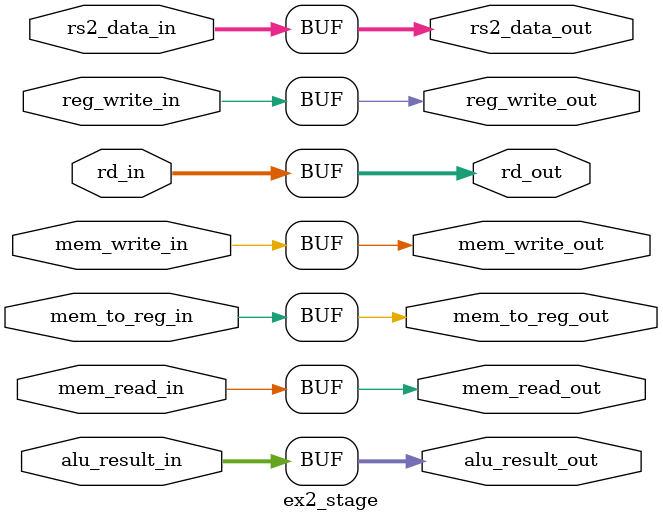
<source format=v>
`timescale 1ns/1ns


module ex2_stage(
    // Data inputs
    input wire [15:0] alu_result_in,
    input wire [15:0] rs2_data_in,
    input wire [3:0] rd_in,

    // Control inputs
    input wire reg_write_in,
    input wire mem_read_in,
    input wire mem_write_in,
    input wire mem_to_reg_in,

    // Data outputs
    output wire [15:0] alu_result_out,
    output wire [15:0] rs2_data_out,
    output wire [3:0] rd_out,

    // Control outputs
    output wire reg_write_out,
    output wire mem_read_out,
    output wire mem_write_out,
    output wire mem_to_reg_out
);

    // Passthrough assignments - all signals go directly through
    assign alu_result_out = alu_result_in;
    assign rs2_data_out = rs2_data_in;
    assign rd_out = rd_in;

    assign reg_write_out = reg_write_in;
    assign mem_read_out = mem_read_in;
    assign mem_write_out = mem_write_in;
    assign mem_to_reg_out = mem_to_reg_in;

endmodule
</source>
